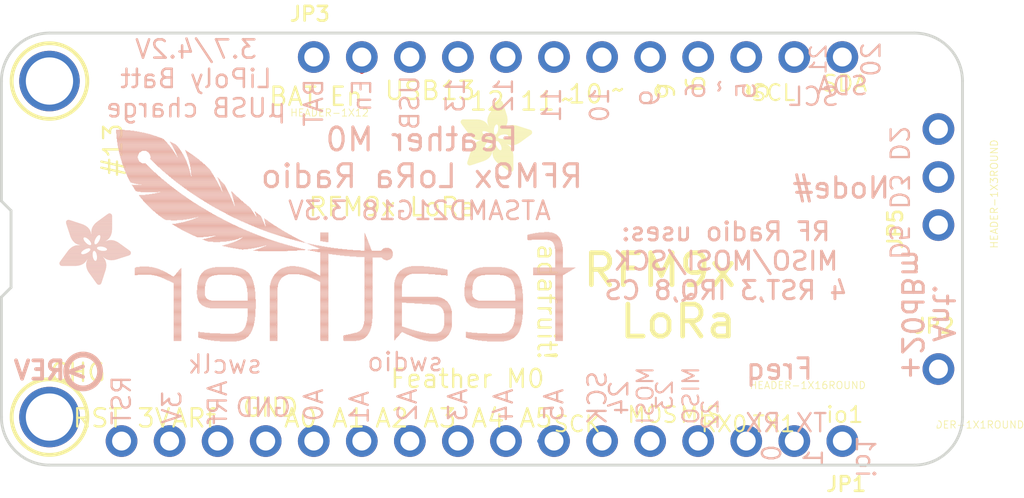
<source format=kicad_pcb>
(kicad_pcb (version 20171130) (host pcbnew "(5.0.0-rc2-dev-411-g5ef715f3d)")
  (layers (0 Top signal) (31 Bottom signal) (34 B.Paste user) (35 F.Paste user) (36 B.SilkS user) (37 F.SilkS user) (38 B.Mask user) (39 F.Mask user) (44 Edge.Cuts user))
  (net 0 "")
  (net 1 GND)
  (net 2 VBAT)
  (net 3 IN)
  (net 4 /AREF)
  (net 5 /D13)
  (net 6 /~RESET)
  (net 7 /EN)
  (net 8 /A0)
  (net 9 /A1)
  (net 10 /A2)
  (net 11 /A3)
  (net 12 /A4)
  (net 13 /A5)
  (net 14 /SCK)
  (net 15 /MOSI)
  (net 16 /MISO)
  (net 17 /D0)
  (net 18 /D1)
  (net 19 /DIO1)
  (net 20 /SDA)
  (net 21 /SCL)
  (net 22 /D5)
  (net 23 /D6)
  (net 24 /D9)
  (net 25 /D10)
  (net 26 /D11)
  (net 27 /D12)
  (net 28 "Net-(JP2-Pad1)")
  (net 29 /DIO5)
  (net 30 /DIO2)
  (net 31 /DIO3)
  (module "" (layer Top) (at 171.3611 96.1136)
    (fp_text reference @HOLE0 hide)
    (fp_text value "" (at 0 0) (layer F.SilkS) (effects (font (size 1.27 1.27))))
    (pad "" np_thru_hole circle (at 0 0) (size 2.54 2.54) (drill 2.54) (layers *.Cu))
  )
  (module "" (layer Top) (at 171.3611 113.8936)
    (fp_text reference @HOLE1 hide)
    (fp_text value "" (at 0 0) (layer F.SilkS) (effects (font (size 1.27 1.27))))
    (pad "" np_thru_hole circle (at 0 0) (size 2.54 2.54) (drill 2.54) (layers *.Cu))
  )
  (module "Adafruit Feather M0 RFMxx:MOUNTINGHOLE_2.5_PLATED" (layer Top) (at 125.6411 96.1136 270)
    (fp_text reference U$31 hide)
    (fp_text value MOUNTINGHOLE2.5 hide)
    (pad P$1 thru_hole circle (at 0 0 270) (size 3.2 3.2) (drill 2.5) (layers *.Cu *.Mask))
  )
  (module "Adafruit Feather M0 RFMxx:MOUNTINGHOLE_2.5_PLATED" (layer Top) (at 125.6411 113.8936 270)
    (fp_text reference U$32 hide)
    (fp_text value MOUNTINGHOLE2.5 hide)
    (pad P$1 thru_hole circle (at 0 0 270) (size 3.2 3.2) (drill 2.5) (layers *.Cu *.Mask))
  )
  (module "Adafruit Feather M0 RFMxx:1X16_ROUND" (layer Top) (at 148.5011 115.1636 180)
    (fp_text reference JP1 (at -20.3962 -1.8288) (layer F.SilkS) (effects (font (size 0.77216 0.77216) (thickness 0.138988)) (justify right top)))
    (fp_text value HEADER-1X16ROUND (at -20.32 3.175) (layer F.SilkS) (effects (font (size 0.38608 0.38608) (thickness 0.038608)) (justify right top)))
    (pad 16 thru_hole circle (at 19.05 0 270) (size 1.6764 1.6764) (drill 1) (layers *.Cu *.Mask) (net 6 /~RESET))
    (pad 15 thru_hole circle (at 16.51 0 270) (size 1.6764 1.6764) (drill 1) (layers *.Cu *.Mask) (net 3 IN))
    (pad 14 thru_hole circle (at 13.97 0 270) (size 1.6764 1.6764) (drill 1) (layers *.Cu *.Mask) (net 4 /AREF))
    (pad 13 thru_hole circle (at 11.43 0 270) (size 1.6764 1.6764) (drill 1) (layers *.Cu *.Mask) (net 1 GND))
    (pad 12 thru_hole circle (at 8.89 0 270) (size 1.6764 1.6764) (drill 1) (layers *.Cu *.Mask) (net 8 /A0))
    (pad 11 thru_hole circle (at 6.35 0 270) (size 1.6764 1.6764) (drill 1) (layers *.Cu *.Mask) (net 9 /A1))
    (pad 10 thru_hole circle (at 3.81 0 270) (size 1.6764 1.6764) (drill 1) (layers *.Cu *.Mask) (net 10 /A2))
    (pad 9 thru_hole circle (at 1.27 0 270) (size 1.6764 1.6764) (drill 1) (layers *.Cu *.Mask) (net 11 /A3))
    (pad 8 thru_hole circle (at -1.27 0 270) (size 1.6764 1.6764) (drill 1) (layers *.Cu *.Mask) (net 12 /A4))
    (pad 7 thru_hole circle (at -3.81 0 270) (size 1.6764 1.6764) (drill 1) (layers *.Cu *.Mask) (net 13 /A5))
    (pad 6 thru_hole circle (at -6.35 0 270) (size 1.6764 1.6764) (drill 1) (layers *.Cu *.Mask) (net 14 /SCK))
    (pad 5 thru_hole circle (at -8.89 0 270) (size 1.6764 1.6764) (drill 1) (layers *.Cu *.Mask) (net 15 /MOSI))
    (pad 4 thru_hole circle (at -11.43 0 270) (size 1.6764 1.6764) (drill 1) (layers *.Cu *.Mask) (net 16 /MISO))
    (pad 3 thru_hole circle (at -13.97 0 270) (size 1.6764 1.6764) (drill 1) (layers *.Cu *.Mask) (net 17 /D0))
    (pad 2 thru_hole circle (at -16.51 0 270) (size 1.6764 1.6764) (drill 1) (layers *.Cu *.Mask) (net 18 /D1))
    (pad 1 thru_hole circle (at -19.05 0 270) (size 1.6764 1.6764) (drill 1) (layers *.Cu *.Mask) (net 19 /DIO1))
  )
  (module "Adafruit Feather M0 RFMxx:ADAFRUIT_3.5MM" (layer Top) (at 147.3581 100.9396)
    (fp_text reference U$7 hide)
    (fp_text value "" hide)
  )
  (module "Adafruit Feather M0 RFMxx:1X12_ROUND" (layer Top) (at 153.5811 94.8436)
    (fp_text reference JP3 (at -15.3162 -1.8288) (layer F.SilkS) (effects (font (size 0.77216 0.77216) (thickness 0.138988)) (justify left bottom)))
    (fp_text value HEADER-1X12 (at -15.24 3.175) (layer F.SilkS) (effects (font (size 0.38608 0.38608) (thickness 0.038608)) (justify left bottom)))
    (pad 12 thru_hole circle (at 13.97 0 90) (size 1.6764 1.6764) (drill 1) (layers *.Cu *.Mask) (net 20 /SDA))
    (pad 11 thru_hole circle (at 11.43 0 90) (size 1.6764 1.6764) (drill 1) (layers *.Cu *.Mask) (net 21 /SCL))
    (pad 10 thru_hole circle (at 8.89 0 90) (size 1.6764 1.6764) (drill 1) (layers *.Cu *.Mask) (net 22 /D5))
    (pad 9 thru_hole circle (at 6.35 0 90) (size 1.6764 1.6764) (drill 1) (layers *.Cu *.Mask) (net 23 /D6))
    (pad 8 thru_hole circle (at 3.81 0 90) (size 1.6764 1.6764) (drill 1) (layers *.Cu *.Mask) (net 24 /D9))
    (pad 7 thru_hole circle (at 1.27 0 90) (size 1.6764 1.6764) (drill 1) (layers *.Cu *.Mask) (net 25 /D10))
    (pad 6 thru_hole circle (at -1.27 0 90) (size 1.6764 1.6764) (drill 1) (layers *.Cu *.Mask) (net 26 /D11))
    (pad 5 thru_hole circle (at -3.81 0 90) (size 1.6764 1.6764) (drill 1) (layers *.Cu *.Mask) (net 27 /D12))
    (pad 4 thru_hole circle (at -6.35 0 90) (size 1.6764 1.6764) (drill 1) (layers *.Cu *.Mask) (net 5 /D13))
    (pad 3 thru_hole circle (at -8.89 0 90) (size 1.6764 1.6764) (drill 1) (layers *.Cu *.Mask) (net 3 IN))
    (pad 2 thru_hole circle (at -11.43 0 90) (size 1.6764 1.6764) (drill 1) (layers *.Cu *.Mask) (net 7 /EN))
    (pad 1 thru_hole circle (at -13.97 0 90) (size 1.6764 1.6764) (drill 1) (layers *.Cu *.Mask) (net 2 VBAT))
  )
  (module "Adafruit Feather M0 RFMxx:FEATHERLOGO" (layer Bottom) (at 153.4541 109.9566 180)
    (fp_text reference U$9 hide)
    (fp_text value "" hide)
  )
  (module "Adafruit Feather M0 RFMxx:ADAFRUIT_3.5MM" (layer Bottom) (at 126.1491 103.0986)
    (fp_text reference U$12 hide)
    (fp_text value "" hide)
  )
  (module "Adafruit Feather M0 RFMxx:PCBFEAT-REV-040" (layer Bottom) (at 127.4191 111.4806 180)
    (fp_text reference U$13 hide)
    (fp_text value "" hide)
    (fp_text user >REV (at -0.3556 -0.508 180) (layer B.SilkS) (effects (font (size 0.9652 0.9652) (thickness 0.2032)) (justify left bottom mirror)))
  )
  (module "Adafruit Feather M0 RFMxx:1X01_ROUND" (layer Top) (at 172.6311 111.3536)
    (fp_text reference JP2 (at -1.3462 -1.8288) (layer F.SilkS) (effects (font (size 0.77216 0.77216) (thickness 0.138988)) (justify left bottom)))
    (fp_text value HEADER-1X1ROUND (at -1.27 3.175) (layer F.SilkS) (effects (font (size 0.38608 0.38608) (thickness 0.038608)) (justify left bottom)))
    (pad 1 thru_hole circle (at 0 0 90) (size 1.6764 1.6764) (drill 1) (layers *.Cu *.Mask) (net 28 "Net-(JP2-Pad1)"))
  )
  (module "Adafruit Feather M0 RFMxx:1X03_ROUND" (layer Top) (at 172.6311 101.1936 90)
    (fp_text reference JP5 (at -3.8862 -1.8288 90) (layer F.SilkS) (effects (font (size 0.77216 0.77216) (thickness 0.138988)) (justify left bottom)))
    (fp_text value HEADER-1X3ROUND (at -3.81 3.175 90) (layer F.SilkS) (effects (font (size 0.38608 0.38608) (thickness 0.038608)) (justify left bottom)))
    (pad 3 thru_hole circle (at 2.54 0 180) (size 1.6764 1.6764) (drill 1) (layers *.Cu *.Mask) (net 30 /DIO2))
    (pad 2 thru_hole circle (at 0 0 180) (size 1.6764 1.6764) (drill 1) (layers *.Cu *.Mask) (net 31 /DIO3))
    (pad 1 thru_hole circle (at -2.54 0 180) (size 1.6764 1.6764) (drill 1) (layers *.Cu *.Mask) (net 29 /DIO5))
  )
  (gr_line (start 125.6411 116.4336) (end 171.3611 116.4336) (layer Edge.Cuts) (width 0.15))
  (gr_arc (start 171.3611 113.8936) (end 171.3611 116.4336) (angle -90) (layer Edge.Cuts) (width 0.15))
  (gr_line (start 173.9011 113.8936) (end 173.9011 96.1136) (layer Edge.Cuts) (width 0.15))
  (gr_arc (start 171.3611 96.1136) (end 173.9011 96.1136) (angle -90) (layer Edge.Cuts) (width 0.15))
  (gr_line (start 171.3611 93.5736) (end 125.6411 93.5736) (layer Edge.Cuts) (width 0.15))
  (gr_arc (start 125.6411 96.1136) (end 125.6411 93.5736) (angle -90) (layer Edge.Cuts) (width 0.15))
  (gr_line (start 123.1011 96.1136) (end 123.1011 102.4636) (layer Edge.Cuts) (width 0.15))
  (gr_line (start 123.1011 102.4636) (end 123.6091 102.9716) (layer Edge.Cuts) (width 0.15))
  (gr_line (start 123.6091 102.9716) (end 123.6091 107.0356) (layer Edge.Cuts) (width 0.15))
  (gr_line (start 123.6091 107.0356) (end 123.1011 107.5436) (layer Edge.Cuts) (width 0.15))
  (gr_line (start 123.1011 107.5436) (end 123.1011 113.8936) (layer Edge.Cuts) (width 0.15))
  (gr_arc (start 125.6411 113.8936) (end 123.1011 113.8936) (angle -90) (layer Edge.Cuts) (width 0.15))
  (gr_text USB (at 144.8181 96.6216) (layer F.SilkS) (effects (font (size 0.9652 0.9652) (thickness 0.12192))))
  (gr_text RST (at 129.5781 113.3856) (layer F.SilkS) (effects (font (size 0.9652 0.9652) (thickness 0.12192)) (justify right top)))
  (gr_text ARf (at 134.5311 113.3856) (layer F.SilkS) (effects (font (size 0.9652 0.9652) (thickness 0.12192)) (justify right top)))
  (gr_text 3V (at 132.1181 113.3856) (layer F.SilkS) (effects (font (size 0.9652 0.9652) (thickness 0.12192)) (justify right top)))
  (gr_text A5 (at 152.3111 113.3856) (layer F.SilkS) (effects (font (size 0.9652 0.9652) (thickness 0.12192)) (justify right top)))
  (gr_text A4 (at 149.7711 113.3856) (layer F.SilkS) (effects (font (size 0.9652 0.9652) (thickness 0.12192)) (justify right top)))
  (gr_text A3 (at 147.2311 113.3856) (layer F.SilkS) (effects (font (size 0.9652 0.9652) (thickness 0.12192)) (justify right top)))
  (gr_text A2 (at 144.6911 113.3856) (layer F.SilkS) (effects (font (size 0.9652 0.9652) (thickness 0.12192)) (justify right top)))
  (gr_text A1 (at 142.4051 113.3856) (layer F.SilkS) (effects (font (size 0.9652 0.9652) (thickness 0.12192)) (justify right top)))
  (gr_text A0 (at 139.8651 113.3856) (layer F.SilkS) (effects (font (size 0.9652 0.9652) (thickness 0.12192)) (justify right top)))
  (gr_text 13 (at 147.2311 96.6216) (layer F.SilkS) (effects (font (size 0.9652 0.9652) (thickness 0.12192))))
  (gr_text 5 (at 162.5981 96.1136 90) (layer F.SilkS) (effects (font (size 0.9652 0.9652) (thickness 0.12192)) (justify right top)))
  (gr_text 11 (at 152.4381 96.6216) (layer F.SilkS) (effects (font (size 0.9652 0.9652) (thickness 0.12192)) (justify right top)))
  (gr_text 10 (at 154.9781 96.2406) (layer F.SilkS) (effects (font (size 0.9652 0.9652) (thickness 0.12192)) (justify right top)))
  (gr_text 9 (at 157.6451 96.1136 90) (layer F.SilkS) (effects (font (size 0.9652 0.9652) (thickness 0.12192)) (justify right top)))
  (gr_text SCK (at 154.8511 113.7666) (layer F.SilkS) (effects (font (size 0.84455 0.84455) (thickness 0.10668)) (justify right top)))
  (gr_text MOS (at 157.5181 113.7666) (layer F.SilkS) (effects (font (size 0.84455 0.84455) (thickness 0.10668))))
  (gr_text MIS (at 160.0581 113.7666) (layer F.SilkS) (effects (font (size 0.84455 0.84455) (thickness 0.10668))))
  (gr_text SCL (at 165.1381 96.2406) (layer F.SilkS) (effects (font (size 0.84455 0.84455) (thickness 0.10668)) (justify right top)))
  (gr_text SDA (at 167.6781 96.2406) (layer F.SilkS) (effects (font (size 0.84455 0.84455) (thickness 0.10668))))
  (gr_text RX0 (at 162.5981 113.7666) (layer F.SilkS) (effects (font (size 0.84455 0.84455) (thickness 0.10668)) (justify right top)))
  (gr_text TX1 (at 165.1381 113.7666) (layer F.SilkS) (effects (font (size 0.84455 0.84455) (thickness 0.10668)) (justify right top)))
  (gr_text BAT (at 139.8651 96.3676) (layer F.SilkS) (effects (font (size 0.9652 0.9652) (thickness 0.12192)) (justify right top)))
  (gr_text 12 (at 149.7711 96.6216) (layer F.SilkS) (effects (font (size 0.9652 0.9652) (thickness 0.12192)) (justify right top)))
  (gr_text 6 (at 159.8041 96.2406 90) (layer F.SilkS) (effects (font (size 0.9652 0.9652) (thickness 0.12192))))
  (gr_text GND (at 137.3251 113.3856) (layer F.SilkS) (effects (font (size 0.9652 0.9652) (thickness 0.12192))))
  (gr_text "#13" (at 128.4351 98.2726 90) (layer F.SilkS) (effects (font (size 0.9652 0.9652) (thickness 0.12192)) (justify right top)))
  (gr_text En (at 142.2781 96.3676) (layer F.SilkS) (effects (font (size 0.9652 0.9652) (thickness 0.12192)) (justify right top)))
  (gr_text io1 (at 167.6781 113.7666) (layer F.SilkS) (effects (font (size 0.84455 0.84455) (thickness 0.10668))))
  (gr_text ~ (at 156.1211 95.9866) (layer F.SilkS) (effects (font (size 0.9652 0.9652) (thickness 0.12192)) (justify right top)))
  (gr_text ~ (at 157.2641 96.1136 90) (layer F.SilkS) (effects (font (size 0.9652 0.9652) (thickness 0.12192)) (justify right top)))
  (gr_text CHG (at 128.6891 110.9726) (layer F.SilkS) (effects (font (size 0.9652 0.9652) (thickness 0.12192)) (justify right top)))
  (gr_text ~ (at 153.4541 96.4946) (layer F.SilkS) (effects (font (size 0.9652 0.9652) (thickness 0.12192)) (justify right top)))
  (gr_text "Feather M0" (at 147.7391 111.8616) (layer F.SilkS) (effects (font (size 0.9652 0.9652) (thickness 0.12192))))
  (gr_text "3.7/4.2V\nLiPoly Batt\nµUSB charge" (at 133.3881 95.9866) (layer B.SilkS) (effects (font (size 0.9652 0.9652) (thickness 0.13208)) (justify mirror)))
  (gr_text "Feather M0\nRFM9x LoRa Radio" (at 145.3261 100.1776) (layer B.SilkS) (effects (font (size 1.2065 1.2065) (thickness 0.1651)) (justify mirror)))
  (gr_text "ATSAMD21G18 3.3V" (at 145.1991 102.9716) (layer B.SilkS) (effects (font (size 0.9652 0.9652) (thickness 0.13208)) (justify mirror)))
  (gr_text USB (at 144.6911 97.2566 -270) (layer B.SilkS) (effects (font (size 0.9652 0.9652) (thickness 0.12192)) (justify mirror)))
  (gr_text 13 (at 147.1041 96.8756 -270) (layer B.SilkS) (effects (font (size 0.9652 0.9652) (thickness 0.12192)) (justify mirror)))
  (gr_text 5 (at 162.4711 96.6216 -270) (layer B.SilkS) (effects (font (size 0.9652 0.9652) (thickness 0.12192)) (justify mirror)))
  (gr_text 11~ (at 152.1841 97.3836 -270) (layer B.SilkS) (effects (font (size 0.9652 0.9652) (thickness 0.12192)) (justify mirror)))
  (gr_text 10~ (at 154.7241 97.3836 -270) (layer B.SilkS) (effects (font (size 0.9652 0.9652) (thickness 0.12192)) (justify mirror)))
  (gr_text 9~ (at 157.3911 97.0026 -270) (layer B.SilkS) (effects (font (size 0.9652 0.9652) (thickness 0.12192)) (justify mirror)))
  (gr_text SCL (at 164.6301 96.3676) (layer B.SilkS) (effects (font (size 0.9652 0.9652) (thickness 0.12192)) (justify right top mirror)))
  (gr_text SDA (at 167.5511 96.3676) (layer B.SilkS) (effects (font (size 0.9652 0.9652) (thickness 0.12192)) (justify mirror)))
  (gr_text BAT (at 139.6111 97.2566 -270) (layer B.SilkS) (effects (font (size 0.9652 0.9652) (thickness 0.12192)) (justify mirror)))
  (gr_text 12 (at 149.6441 96.8756 -270) (layer B.SilkS) (effects (font (size 0.9652 0.9652) (thickness 0.12192)) (justify mirror)))
  (gr_text 6 (at 159.8041 96.6216 -270) (layer B.SilkS) (effects (font (size 0.9652 0.9652) (thickness 0.12192)) (justify mirror)))
  (gr_text En (at 142.1511 96.8756 -270) (layer B.SilkS) (effects (font (size 0.9652 0.9652) (thickness 0.12192)) (justify mirror)))
  (gr_text ~ (at 161.0741 96.3676 -90) (layer B.SilkS) (effects (font (size 0.9652 0.9652) (thickness 0.12192)) (justify mirror)))
  (gr_text RST (at 129.4511 113.0046 -270) (layer B.SilkS) (effects (font (size 0.9652 0.9652) (thickness 0.12192)) (justify mirror)))
  (gr_text ARf (at 134.5311 113.1316 -270) (layer B.SilkS) (effects (font (size 0.9652 0.9652) (thickness 0.12192)) (justify mirror)))
  (gr_text 3V (at 132.1181 113.3856 -270) (layer B.SilkS) (effects (font (size 0.9652 0.9652) (thickness 0.12192)) (justify mirror)))
  (gr_text A5 (at 152.3111 113.2586 -270) (layer B.SilkS) (effects (font (size 0.9652 0.9652) (thickness 0.12192)) (justify mirror)))
  (gr_text A4 (at 149.6441 113.2586 -270) (layer B.SilkS) (effects (font (size 0.9652 0.9652) (thickness 0.12192)) (justify mirror)))
  (gr_text A3 (at 147.2311 113.2586 -270) (layer B.SilkS) (effects (font (size 0.9652 0.9652) (thickness 0.12192)) (justify mirror)))
  (gr_text A2 (at 144.5641 113.2586 -270) (layer B.SilkS) (effects (font (size 0.9652 0.9652) (thickness 0.12192)) (justify mirror)))
  (gr_text A1 (at 142.0241 113.3856 -270) (layer B.SilkS) (effects (font (size 0.9652 0.9652) (thickness 0.12192)) (justify mirror)))
  (gr_text A0 (at 139.6111 113.2586 -270) (layer B.SilkS) (effects (font (size 0.9652 0.9652) (thickness 0.12192)) (justify mirror)))
  (gr_text SCK (at 154.5971 112.8776 -270) (layer B.SilkS) (effects (font (size 0.9652 0.9652) (thickness 0.12192)) (justify mirror)))
  (gr_text MOSI (at 157.1371 112.7506 -270) (layer B.SilkS) (effects (font (size 0.84455 0.84455) (thickness 0.10668)) (justify mirror)))
  (gr_text MISO (at 159.5501 112.7506 -270) (layer B.SilkS) (effects (font (size 0.84455 0.84455) (thickness 0.10668)) (justify mirror)))
  (gr_text 0 (at 163.7411 115.7986 -90) (layer B.SilkS) (effects (font (size 0.9652 0.9652) (thickness 0.12192)) (justify mirror)))
  (gr_text 1 (at 166.0271 116.0526 -270) (layer B.SilkS) (effects (font (size 0.9652 0.9652) (thickness 0.12192)) (justify mirror)))
  (gr_text RX (at 162.3441 113.6396) (layer B.SilkS) (effects (font (size 0.9652 0.9652) (thickness 0.12192)) (justify right top mirror)))
  (gr_text TX (at 165.0111 113.6396) (layer B.SilkS) (effects (font (size 0.9652 0.9652) (thickness 0.12192)) (justify right top mirror)))
  (gr_text GND (at 136.9441 113.3856) (layer B.SilkS) (effects (font (size 0.9652 0.9652) (thickness 0.12192)) (justify mirror)))
  (gr_text io1 (at 169.3291 114.7826 -90) (layer B.SilkS) (effects (font (size 0.9652 0.9652) (thickness 0.12192)) (justify right top mirror)))
  (gr_text swdio (at 144.4371 110.9726) (layer B.SilkS) (effects (font (size 0.9652 0.9652) (thickness 0.12192)) (justify mirror)))
  (gr_text swclk (at 134.9121 111.0996) (layer B.SilkS) (effects (font (size 0.9652 0.9652) (thickness 0.12192)) (justify mirror)))
  (gr_text 24 (at 155.7401 112.8776 -270) (layer B.SilkS) (effects (font (size 0.9652 0.9652) (thickness 0.12192)) (justify mirror)))
  (gr_text 23 (at 158.1531 112.7506 -270) (layer B.SilkS) (effects (font (size 0.84455 0.84455) (thickness 0.10668)) (justify mirror)))
  (gr_text 22 (at 160.5661 113.7666 -270) (layer B.SilkS) (effects (font (size 0.84455 0.84455) (thickness 0.10668)) (justify mirror)))
  (gr_text 20 (at 169.0751 94.9706 -270) (layer B.SilkS) (effects (font (size 0.9652 0.9652) (thickness 0.12192)) (justify mirror)))
  (gr_text 21 (at 166.2811 94.9706 -270) (layer B.SilkS) (effects (font (size 0.84455 0.84455) (thickness 0.10668)) (justify mirror)))
  (gr_text "RFM9x LoRa" (at 148.2471 102.2096) (layer F.SilkS) (effects (font (size 0.9652 0.9652) (thickness 0.12192)) (justify right top)))
  (gr_text adafruit! (at 151.9301 107.7976 270) (layer F.SilkS) (effects (font (size 0.9652 0.9652) (thickness 0.12192))))
  (gr_text "RFM9x\nLoRa" (at 162.0901 105.1306) (layer F.SilkS) (effects (font (size 1.6891 1.6891) (thickness 0.24892)) (justify right top)))
  (gr_text ~ (at 161.9631 96.1136 90) (layer F.SilkS) (effects (font (size 0.9652 0.9652) (thickness 0.12192)) (justify right top)))
  (gr_text D2 (at 171.1071 98.3996 -90) (layer B.SilkS) (effects (font (size 0.9652 0.9652) (thickness 0.12192)) (justify right top mirror)))
  (gr_text D3 (at 171.1071 100.9396 -90) (layer B.SilkS) (effects (font (size 0.9652 0.9652) (thickness 0.12192)) (justify right top mirror)))
  (gr_text D5 (at 171.1071 103.6066 -90) (layer B.SilkS) (effects (font (size 0.9652 0.9652) (thickness 0.12192)) (justify right top mirror)))
  (gr_text "RF Radio uses:\nMISO/MOSI/SCK\n4 RST,3 IRQ,8 CS" (at 161.3916 105.6386) (layer B.SilkS) (effects (font (size 0.9652 0.9652) (thickness 0.1524)) (justify mirror)))
  (gr_text Node# (at 170.1546 102.4001) (layer B.SilkS) (effects (font (size 1.08585 1.08585) (thickness 0.16002)) (justify left bottom mirror)))
  (gr_text Freq (at 166.0906 111.9886) (layer B.SilkS) (effects (font (size 1.08585 1.08585) (thickness 0.16002)) (justify left bottom mirror)))
  (gr_text Ant. (at 172.2501 110.0201 -90) (layer B.SilkS) (effects (font (size 1.08585 1.08585) (thickness 0.16002)) (justify left bottom mirror)))
  (gr_text +20dBm (at 170.5991 112.0521 -90) (layer B.SilkS) (effects (font (size 1.08585 1.08585) (thickness 0.16002)) (justify left bottom mirror)))
  (segment (start 151.5491 115.1636) (end 152.3111 115.1636) (width 0.254) (layer Bottom) (net 13))
  (segment (start 144.9451 115.1636) (end 144.6911 115.1636) (width 0.254) (layer Top) (net 10))
  (segment (start 164.3761 94.8436) (end 165.0111 94.8436) (width 0.254) (layer Bottom) (net 21))
  (segment (start 154.7241 94.9706) (end 154.8511 94.8436) (width 0.254) (layer Bottom) (net 25))
  (segment (start 129.4511 115.1636) (end 129.5781 115.1636) (width 0.254) (layer Top) (net 6))
  (segment (start 142.1511 95.6056) (end 142.1511 94.8436) (width 0.254) (layer Top) (net 7))
  (segment (start 167.1701 114.7826) (end 167.5511 115.1636) (width 0.254) (layer Bottom) (net 19))
)
</source>
